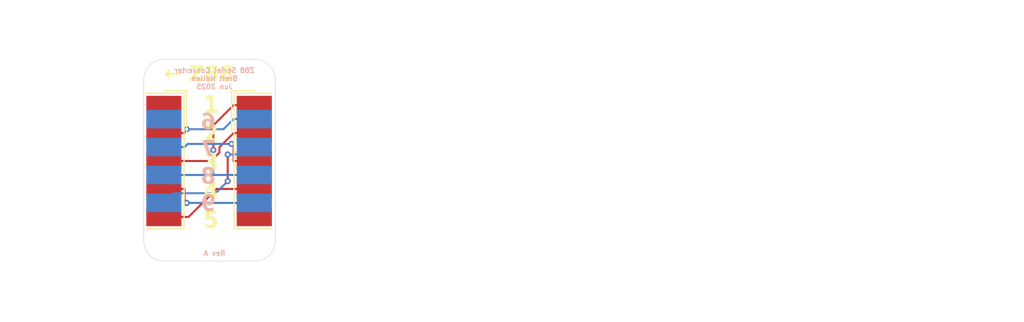
<source format=kicad_pcb>
(kicad_pcb (version 20241229) (generator "pcbnew") (generator_version "9.0")
  (title_block (title "Z88 DE9 Serial Converter") (date "1-Jul-2025") (rev "A") (company "Brett Hallen") (comment 1 "www.youtube.com/@Brfff"))
  (layers (0 "F.Cu" signal) (2 "B.Cu" signal) (13 "F.Paste" user) (15 "B.Paste" user) (5 "F.SilkS" user "F.Silkscreen") (7 "B.SilkS" user "B.Silkscreen") (1 "F.Mask" user) (3 "B.Mask" user) (25 "Edge.Cuts" user))
  (net 0 "")
  (net 1 "GND")
  (net 2 "TxD")
  (net 4 "DTR")
  (net 5 "RTS")
  (net 6 "CTS")
  (net 7 "DCD")
  (net 8 "RxD")
  (footprint "Connector_Dsub:DSUB-9_Pins_EdgeMount_P2.77mm" (layer "F.Cu") (at 97.47 61.121032 90)
    (property "Reference" "J2" (hide yes))
    (property "Value" "DE9_Pins" (hide yes))
    (fp_line (start 6.963333 -2.24) (end 2.77 -2.24) (stroke (width 0.12)) (layer "F.SilkS"))
    (fp_line (start 6.723333 -2) (end 6.723333 1.74) (stroke (width 0.12)) (layer "F.SilkS"))
    (fp_line (start -6.723333 -2) (end 6.723333 -2) (stroke (width 0.12)) (layer "F.SilkS"))
    (fp_line (start 6.963333 0) (end 6.963333 -2.24) (stroke (width 0.12)) (layer "F.SilkS"))
    (fp_line (start -6.723333 1.74) (end -6.723333 -2) (stroke (width 0.12)) (layer "F.SilkS"))
    (pad "1" smd rect (at 5.54 0 90) (size 1.846667 3.48) (layers "F.Cu" "F.Mask" "F.Paste") (net 7 "DCD"))
    (pad "2" smd rect (at 2.77 0 90) (size 1.846667 3.48) (layers "F.Cu" "F.Mask" "F.Paste") (net 8 "RxD"))
    (pad "3" smd rect (at 0 0 90) (size 1.846667 3.48) (layers "F.Cu" "F.Mask" "F.Paste") (net 1 "GND"))
    (pad "4" smd rect (at -2.77 0 90) (size 1.846667 3.48) (layers "F.Cu" "F.Mask" "F.Paste") (net 6 "CTS"))
    (pad "5" smd rect (at -5.54 0 90) (size 1.846667 3.48) (layers "F.Cu" "F.Mask" "F.Paste"))
    (pad "6" smd rect (at 4.155 0 90) (size 1.846667 3.48) (layers "B.Cu" "B.Mask" "B.Paste") (net 2 "TxD"))
    (pad "7" smd rect (at 1.385 0 90) (size 1.846667 3.48) (layers "B.Cu" "B.Mask" "B.Paste") (net 4 "DTR"))
    (pad "8" smd rect (at -1.385 0 90) (size 1.846667 3.48) (layers "B.Cu" "B.Mask" "B.Paste") (net 7 "DCD"))
    (pad "9" smd rect (at -4.155 0 90) (size 1.846667 3.48) (layers "B.Cu" "B.Mask" "B.Paste") (net 5 "RTS"))
  )
  (footprint "Connector_Dsub:DSUB-9_Pins_EdgeMount_P2.77mm" (layer "F.Cu") (at 88.525 61.121032 -90)
    (property "Reference" "J1" (hide yes))
    (property "Value" "Z88_Serial" (hide yes))
    (fp_line (start 6.723333 1.74) (end 6.723333 -2) (stroke (width 0.12)) (layer "F.SilkS"))
    (fp_line (start -6.963333 0) (end -6.963333 -2.24) (stroke (width 0.12)) (layer "F.SilkS"))
    (fp_line (start -6.723333 -2) (end -6.723333 1.74) (stroke (width 0.12)) (layer "F.SilkS"))
    (fp_line (start 6.723333 -2) (end -6.723333 -2) (stroke (width 0.12)) (layer "F.SilkS"))
    (fp_line (start -6.963333 -2.24) (end -2.77 -2.24) (stroke (width 0.12)) (layer "F.SilkS"))
    (pad "1" smd rect (at -5.54 0 270) (size 1.846667 3.48) (layers "F.Cu" "F.Mask" "F.Paste"))
    (pad "2" smd rect (at -2.77 0 270) (size 1.846667 3.48) (layers "F.Cu" "F.Mask" "F.Paste") (net 2 "TxD"))
    (pad "3" smd rect (at 0 0 270) (size 1.846667 3.48) (layers "F.Cu" "F.Mask" "F.Paste") (net 8 "RxD"))
    (pad "4" smd rect (at 2.77 0 270) (size 1.846667 3.48) (layers "F.Cu" "F.Mask" "F.Paste") (net 5 "RTS"))
    (pad "5" smd rect (at 5.54 0 270) (size 1.846667 3.48) (layers "F.Cu" "F.Mask" "F.Paste") (net 6 "CTS"))
    (pad "6" smd rect (at -4.155 0 270) (size 1.846667 3.48) (layers "B.Cu" "B.Mask" "B.Paste"))
    (pad "7" smd rect (at -1.385 0 270) (size 1.846667 3.48) (layers "B.Cu" "B.Mask" "B.Paste") (net 1 "GND"))
    (pad "8" smd rect (at 1.385 0 270) (size 1.846667 3.48) (layers "B.Cu" "B.Mask" "B.Paste") (net 7 "DCD"))
    (pad "9" smd rect (at 4.155 0 270) (size 1.846667 3.48) (layers "B.Cu" "B.Mask" "B.Paste") (net 4 "DTR"))
  )
  (gr_line (start 88.535 51.042064) (end 97.535 51.042064) (stroke (width 0.05)) (layer "Edge.Cuts"))
  (gr_arc (start 99.535 69.042064) (mid 98.949214 70.456278) (end 97.535 71.042064) (stroke (width 0.05)) (layer "Edge.Cuts"))
  (gr_arc (start 97.535 51.042064) (mid 98.949214 51.62785) (end 99.535 53.042064) (stroke (width 0.05)) (layer "Edge.Cuts"))
  (gr_line (start 99.535 53.042064) (end 99.535 69.042064) (stroke (width 0.05)) (layer "Edge.Cuts"))
  (gr_line (start 86.535 69.042064) (end 86.535 53.042064) (stroke (width 0.05)) (layer "Edge.Cuts"))
  (gr_arc (start 86.535 53.042064) (mid 87.120775 51.62783) (end 88.535 51.042064) (stroke (width 0.05)) (layer "Edge.Cuts"))
  (gr_arc (start 88.535 71.042064) (mid 87.120775 70.45628) (end 86.535 69.042064) (stroke (width 0.05)) (layer "Edge.Cuts"))
  (gr_line (start 97.535 71.042064) (end 88.535 71.042064) (stroke (width 0.05)) (layer "Edge.Cuts"))
  (gr_text "1\n2\n3\n4\n5" (at 92.458898 68.042064 0) (layer "F.SilkS") (effects (font (size 1.7 1.5) (thickness 0.3) (bold yes)) (justify left bottom)))
  (gr_text "← Z88" (at 88.525 53.425285 0) (layer "F.SilkS") (effects (font (size 1.5 1.5) (thickness 0.3) (bold yes)) (justify left bottom)))
  (gr_text "Z88 Serial Converter\nBrett Hallen\nJun 2025" (at 93.535 54.042064 0) (layer "B.SilkS") (effects (font (size 0.5 0.5) (thickness 0.1) (bold yes)) (justify bottom mirror)))
  (gr_text "Rev A" (at 93.535 70.557741 0) (layer "B.SilkS") (effects (font (size 0.5 0.5) (thickness 0.1) (bold yes)) (justify bottom mirror)))
  (gr_text "6\n7\n8\n9" (at 93.647662 66.321477 0) (layer "B.SilkS") (effects (font (size 1.6 1.5) (thickness 0.3) (bold yes)) (justify left bottom mirror)))
  (segment (start 95.4436 60.226632) (end 95.4283 60.211332) (width 0.2) (layer "F.Cu") (net 1))
  (segment (start 95.4283 60.211332) (end 95.4283 59.646032) (width 0.2) (layer "F.Cu") (net 1))
  (segment (start 97.47 61.121032) (end 95.4283 61.121032) (width 0.2) (layer "F.Cu") (net 1))
  (segment (start 95.4436 60.725032) (end 95.4436 60.226632) (width 0.2) (layer "F.Cu") (net 1))
  (segment (start 95.4283 60.740332) (end 95.4436 60.725032) (width 0.2) (layer "F.Cu") (net 1))
  (segment (start 95.4283 59.646032) (end 95.2129 59.430632) (width 0.2) (layer "F.Cu") (net 1))
  (segment (start 95.4283 61.121032) (end 95.4283 60.740332) (width 0.2) (layer "F.Cu") (net 1))
  (via (at 95.2129 59.430632) (size 0.6) (drill 0.3) (layers "F.Cu" "B.Cu") (net 1))
  (segment (start 90.5667 59.736032) (end 90.8721 59.430632) (width 0.2) (layer "B.Cu") (net 1))
  (segment (start 90.8721 59.430632) (end 95.2129 59.430632) (width 0.2) (layer "B.Cu") (net 1))
  (segment (start 88.525 59.736032) (end 90.5667 59.736032) (width 0.2) (layer "B.Cu") (net 1))
  (segment (start 88.525 58.351032) (end 90.5667 58.351032) (width 0.2) (layer "F.Cu") (net 2))
  (segment (start 90.7785 57.974632) (end 90.5667 58.186432) (width 0.2) (layer "F.Cu") (net 2))
  (segment (start 90.5667 58.186432) (end 90.5667 58.351032) (width 0.2) (layer "F.Cu") (net 2))
  (via (at 90.7785 57.974632) (size 0.6) (drill 0.3) (layers "F.Cu" "B.Cu") (net 2))
  (segment (start 97.47 56.966032) (end 95.4283 56.966032) (width 0.2) (layer "B.Cu") (net 2))
  (segment (start 95.4283 56.966032) (end 94.4197 57.974632) (width 0.2) (layer "B.Cu") (net 2))
  (segment (start 94.4197 57.974632) (end 90.7785 57.974632) (width 0.2) (layer "B.Cu") (net 2))
  (segment (start 94.8419 60.475832) (end 94.8419 63.123232) (width 0.2) (layer "F.Cu") (net 4))
  (via (at 94.8419 60.475832) (size 0.6) (drill 0.3) (layers "F.Cu" "B.Cu") (net 4))
  (via (at 94.8419 63.123232) (size 0.6) (drill 0.3) (layers "F.Cu" "B.Cu") (net 4))
  (segment (start 93.647 64.318132) (end 94.8419 63.123232) (width 0.2) (layer "B.Cu") (net 4))
  (segment (start 89.4829 64.318132) (end 93.647 64.318132) (width 0.2) (layer "B.Cu") (net 4))
  (segment (start 96.7302 60.475832) (end 94.8419 60.475832) (width 0.2) (layer "B.Cu") (net 4))
  (segment (start 88.525 65.276032) (end 89.4829 64.318132) (width 0.2) (layer "B.Cu") (net 4))
  (segment (start 97.47 59.736032) (end 96.7302 60.475832) (width 0.2) (layer "B.Cu") (net 4))
  (segment (start 90.5667 63.891032) (end 90.5667 65.064232) (width 0.2) (layer "F.Cu") (net 5))
  (segment (start 88.525 63.891032) (end 90.5667 63.891032) (width 0.2) (layer "F.Cu") (net 5))
  (segment (start 90.5667 65.064232) (end 90.7785 65.276032) (width 0.2) (layer "F.Cu") (net 5))
  (via (at 90.7785 65.276032) (size 0.6) (drill 0.3) (layers "F.Cu" "B.Cu") (net 5))
  (segment (start 97.47 65.276032) (end 90.7785 65.276032) (width 0.2) (layer "B.Cu") (net 5))
  (segment (start 90.9731 66.661032) (end 88.525 66.661032) (width 0.2) (layer "F.Cu") (net 6))
  (segment (start 97.47 63.891032) (end 93.7431 63.891032) (width 0.2) (layer "F.Cu") (net 6))
  (segment (start 93.7431 63.891032) (end 90.9731 66.661032) (width 0.2) (layer "F.Cu") (net 6))
  (segment (start 97.47 55.581032) (end 95.4283 55.581032) (width 0.2) (layer "F.Cu") (net 7))
  (segment (start 93.4186 60.032332) (end 93.4186 57.590732) (width 0.2) (layer "F.Cu") (net 7))
  (segment (start 93.4186 57.590732) (end 95.4283 55.581032) (width 0.2) (layer "F.Cu") (net 7))
  (via (at 93.4186 60.032332) (size 0.6) (drill 0.3) (layers "F.Cu" "B.Cu") (net 7))
  (segment (start 88.525 62.506032) (end 90.5667 62.506032) (width 0.2) (layer "B.Cu") (net 7))
  (segment (start 97.47 62.506032) (end 93.4186 62.506032) (width 0.2) (layer "B.Cu") (net 7))
  (segment (start 93.4186 60.032332) (end 93.4186 62.506032) (width 0.2) (layer "B.Cu") (net 7))
  (segment (start 93.4186 62.506032) (end 90.5667 62.506032) (width 0.2) (layer "B.Cu") (net 7))
  (segment (start 88.525 61.121032) (end 93.1808 61.121032) (width 0.2) (layer "F.Cu") (net 8))
  (segment (start 93.1808 61.121032) (end 94.0203 60.281532) (width 0.2) (layer "F.Cu") (net 8))
  (segment (start 94.0203 60.281532) (end 94.0203 59.759032) (width 0.2) (layer "F.Cu") (net 8))
  (segment (start 94.0203 59.759032) (end 95.4283 58.351032) (width 0.2) (layer "F.Cu") (net 8))
  (segment (start 97.47 58.351032) (end 95.4283 58.351032) (width 0.2) (layer "F.Cu") (net 8))
)
</source>
